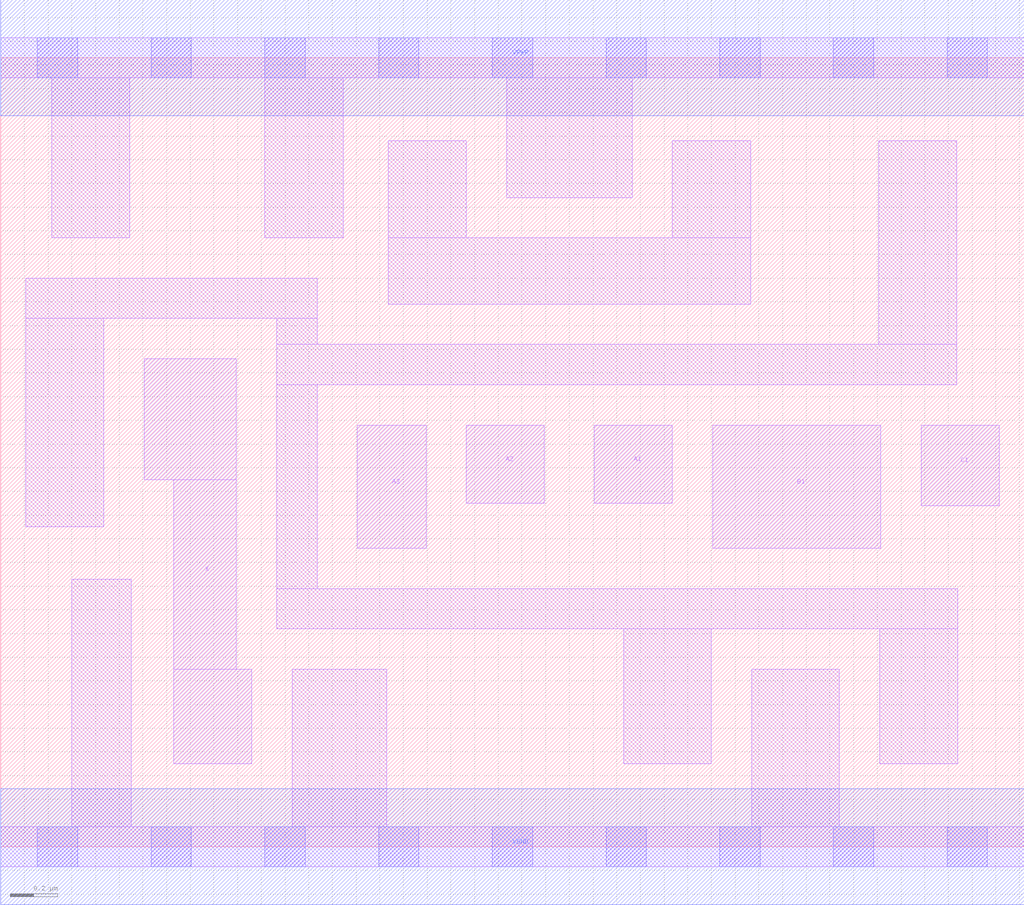
<source format=lef>
# Copyright 2020 The SkyWater PDK Authors
#
# Licensed under the Apache License, Version 2.0 (the "License");
# you may not use this file except in compliance with the License.
# You may obtain a copy of the License at
#
#     https://www.apache.org/licenses/LICENSE-2.0
#
# Unless required by applicable law or agreed to in writing, software
# distributed under the License is distributed on an "AS IS" BASIS,
# WITHOUT WARRANTIES OR CONDITIONS OF ANY KIND, either express or implied.
# See the License for the specific language governing permissions and
# limitations under the License.
#
# SPDX-License-Identifier: Apache-2.0

VERSION 5.7 ;
  NAMESCASESENSITIVE ON ;
  NOWIREEXTENSIONATPIN ON ;
  DIVIDERCHAR "/" ;
  BUSBITCHARS "[]" ;
UNITS
  DATABASE MICRONS 200 ;
END UNITS
MACRO sky130_fd_sc_hs__a311o_2
  CLASS CORE ;
  FOREIGN sky130_fd_sc_hs__a311o_2 ;
  ORIGIN  0.000000  0.000000 ;
  SIZE  4.320000 BY  3.330000 ;
  SYMMETRY X Y ;
  SITE unit ;
  PIN A1
    ANTENNAGATEAREA  0.261000 ;
    DIRECTION INPUT ;
    USE SIGNAL ;
    PORT
      LAYER li1 ;
        RECT 2.505000 1.450000 2.835000 1.780000 ;
    END
  END A1
  PIN A2
    ANTENNAGATEAREA  0.261000 ;
    DIRECTION INPUT ;
    USE SIGNAL ;
    PORT
      LAYER li1 ;
        RECT 1.965000 1.450000 2.295000 1.780000 ;
    END
  END A2
  PIN A3
    ANTENNAGATEAREA  0.261000 ;
    DIRECTION INPUT ;
    USE SIGNAL ;
    PORT
      LAYER li1 ;
        RECT 1.505000 1.260000 1.795000 1.780000 ;
    END
  END A3
  PIN B1
    ANTENNAGATEAREA  0.261000 ;
    DIRECTION INPUT ;
    USE SIGNAL ;
    PORT
      LAYER li1 ;
        RECT 3.005000 1.260000 3.715000 1.780000 ;
    END
  END B1
  PIN C1
    ANTENNAGATEAREA  0.261000 ;
    DIRECTION INPUT ;
    USE SIGNAL ;
    PORT
      LAYER li1 ;
        RECT 3.885000 1.440000 4.215000 1.780000 ;
    END
  END C1
  PIN X
    ANTENNADIFFAREA  0.543200 ;
    DIRECTION OUTPUT ;
    USE SIGNAL ;
    PORT
      LAYER li1 ;
        RECT 0.605000 1.550000 0.995000 2.060000 ;
        RECT 0.730000 0.350000 1.060000 0.750000 ;
        RECT 0.730000 0.750000 0.995000 1.550000 ;
    END
  END X
  PIN VGND
    DIRECTION INOUT ;
    USE GROUND ;
    PORT
      LAYER met1 ;
        RECT 0.000000 -0.245000 4.320000 0.245000 ;
    END
  END VGND
  PIN VPWR
    DIRECTION INOUT ;
    USE POWER ;
    PORT
      LAYER met1 ;
        RECT 0.000000 3.085000 4.320000 3.575000 ;
    END
  END VPWR
  OBS
    LAYER li1 ;
      RECT 0.000000 -0.085000 4.320000 0.085000 ;
      RECT 0.000000  3.245000 4.320000 3.415000 ;
      RECT 0.105000  1.350000 0.435000 2.230000 ;
      RECT 0.105000  2.230000 1.335000 2.400000 ;
      RECT 0.215000  2.570000 0.545000 3.245000 ;
      RECT 0.300000  0.085000 0.550000 1.130000 ;
      RECT 1.115000  2.570000 1.445000 3.245000 ;
      RECT 1.165000  0.920000 4.040000 1.090000 ;
      RECT 1.165000  1.090000 1.335000 1.950000 ;
      RECT 1.165000  1.950000 4.035000 2.120000 ;
      RECT 1.165000  2.120000 1.335000 2.230000 ;
      RECT 1.230000  0.085000 1.630000 0.750000 ;
      RECT 1.635000  2.290000 3.165000 2.570000 ;
      RECT 1.635000  2.570000 1.965000 2.980000 ;
      RECT 2.135000  2.740000 2.665000 3.245000 ;
      RECT 2.630000  0.350000 3.000000 0.920000 ;
      RECT 2.835000  2.570000 3.165000 2.980000 ;
      RECT 3.170000  0.085000 3.540000 0.750000 ;
      RECT 3.705000  2.120000 4.035000 2.980000 ;
      RECT 3.710000  0.350000 4.040000 0.920000 ;
    LAYER mcon ;
      RECT 0.155000 -0.085000 0.325000 0.085000 ;
      RECT 0.155000  3.245000 0.325000 3.415000 ;
      RECT 0.635000 -0.085000 0.805000 0.085000 ;
      RECT 0.635000  3.245000 0.805000 3.415000 ;
      RECT 1.115000 -0.085000 1.285000 0.085000 ;
      RECT 1.115000  3.245000 1.285000 3.415000 ;
      RECT 1.595000 -0.085000 1.765000 0.085000 ;
      RECT 1.595000  3.245000 1.765000 3.415000 ;
      RECT 2.075000 -0.085000 2.245000 0.085000 ;
      RECT 2.075000  3.245000 2.245000 3.415000 ;
      RECT 2.555000 -0.085000 2.725000 0.085000 ;
      RECT 2.555000  3.245000 2.725000 3.415000 ;
      RECT 3.035000 -0.085000 3.205000 0.085000 ;
      RECT 3.035000  3.245000 3.205000 3.415000 ;
      RECT 3.515000 -0.085000 3.685000 0.085000 ;
      RECT 3.515000  3.245000 3.685000 3.415000 ;
      RECT 3.995000 -0.085000 4.165000 0.085000 ;
      RECT 3.995000  3.245000 4.165000 3.415000 ;
  END
END sky130_fd_sc_hs__a311o_2
END LIBRARY

</source>
